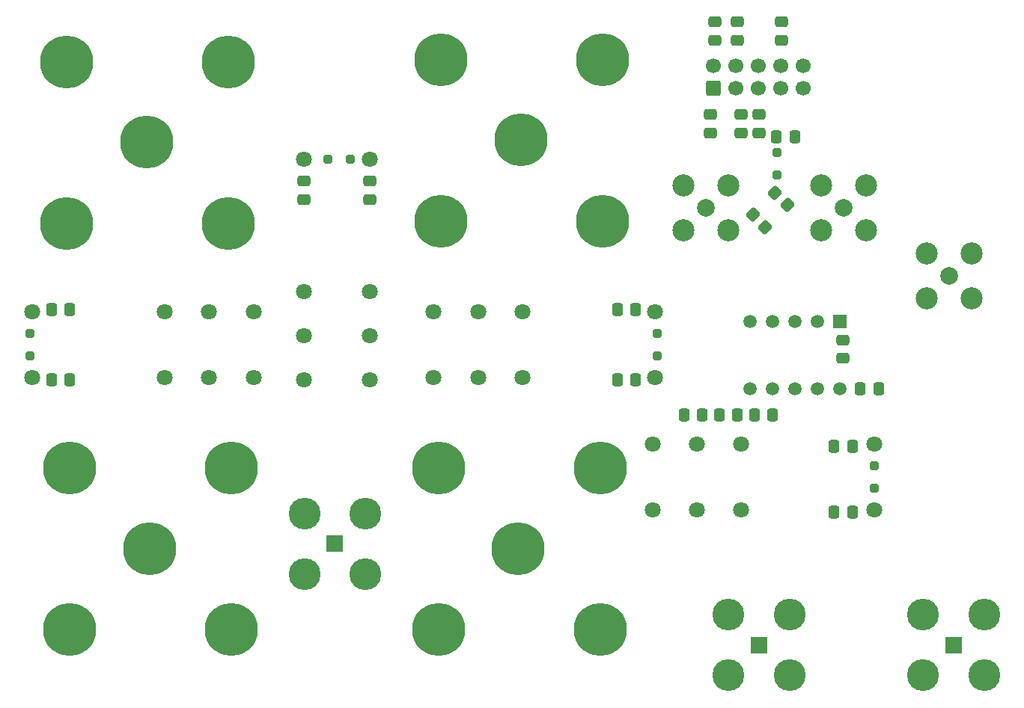
<source format=gbs>
G04 #@! TF.GenerationSoftware,KiCad,Pcbnew,7.0.1*
G04 #@! TF.CreationDate,2023-05-14T23:30:35+02:00*
G04 #@! TF.ProjectId,K_relay,4b5f7265-6c61-4792-9e6b-696361645f70,rev?*
G04 #@! TF.SameCoordinates,Original*
G04 #@! TF.FileFunction,Soldermask,Bot*
G04 #@! TF.FilePolarity,Negative*
%FSLAX46Y46*%
G04 Gerber Fmt 4.6, Leading zero omitted, Abs format (unit mm)*
G04 Created by KiCad (PCBNEW 7.0.1) date 2023-05-14 23:30:35*
%MOMM*%
%LPD*%
G01*
G04 APERTURE LIST*
G04 Aperture macros list*
%AMRoundRect*
0 Rectangle with rounded corners*
0 $1 Rounding radius*
0 $2 $3 $4 $5 $6 $7 $8 $9 X,Y pos of 4 corners*
0 Add a 4 corners polygon primitive as box body*
4,1,4,$2,$3,$4,$5,$6,$7,$8,$9,$2,$3,0*
0 Add four circle primitives for the rounded corners*
1,1,$1+$1,$2,$3*
1,1,$1+$1,$4,$5*
1,1,$1+$1,$6,$7*
1,1,$1+$1,$8,$9*
0 Add four rect primitives between the rounded corners*
20,1,$1+$1,$2,$3,$4,$5,0*
20,1,$1+$1,$4,$5,$6,$7,0*
20,1,$1+$1,$6,$7,$8,$9,0*
20,1,$1+$1,$8,$9,$2,$3,0*%
G04 Aperture macros list end*
%ADD10R,1.950000X1.950000*%
%ADD11C,3.600000*%
%ADD12C,1.803400*%
%ADD13R,1.500000X1.500000*%
%ADD14C,1.500000*%
%ADD15C,1.998980*%
%ADD16C,2.499360*%
%ADD17RoundRect,0.250000X0.600000X-0.600000X0.600000X0.600000X-0.600000X0.600000X-0.600000X-0.600000X0*%
%ADD18C,1.700000*%
%ADD19RoundRect,0.250000X-0.337500X-0.475000X0.337500X-0.475000X0.337500X0.475000X-0.337500X0.475000X0*%
%ADD20RoundRect,0.250000X0.250000X-0.250000X0.250000X0.250000X-0.250000X0.250000X-0.250000X-0.250000X0*%
%ADD21RoundRect,0.250000X-0.250000X0.250000X-0.250000X-0.250000X0.250000X-0.250000X0.250000X0.250000X0*%
%ADD22RoundRect,0.250000X-0.250000X-0.250000X0.250000X-0.250000X0.250000X0.250000X-0.250000X0.250000X0*%
%ADD23RoundRect,0.250000X0.337500X0.475000X-0.337500X0.475000X-0.337500X-0.475000X0.337500X-0.475000X0*%
%ADD24C,6.000000*%
%ADD25RoundRect,0.250000X-0.475000X0.337500X-0.475000X-0.337500X0.475000X-0.337500X0.475000X0.337500X0*%
%ADD26RoundRect,0.250000X0.565685X0.070711X0.070711X0.565685X-0.565685X-0.070711X-0.070711X-0.565685X0*%
%ADD27RoundRect,0.250000X0.475000X-0.337500X0.475000X0.337500X-0.475000X0.337500X-0.475000X-0.337500X0*%
%ADD28RoundRect,0.250000X-0.565685X-0.070711X-0.070711X-0.565685X0.565685X0.070711X0.070711X0.565685X0*%
G04 APERTURE END LIST*
D10*
X190000000Y-106560000D03*
D11*
X186560000Y-103120000D03*
X186560000Y-110000000D03*
X193440000Y-103120000D03*
X193440000Y-110000000D03*
D12*
X226199996Y-80250000D03*
X211199996Y-80250000D03*
X206199995Y-80250000D03*
X201199995Y-80250000D03*
X201199995Y-87750000D03*
X206199995Y-87750000D03*
X211199996Y-87750000D03*
X226199996Y-87750000D03*
D13*
X247160000Y-81380000D03*
D14*
X244620000Y-81380000D03*
X242080000Y-81380000D03*
X239540000Y-81380000D03*
X237000000Y-81380000D03*
X237000000Y-89000000D03*
X239540000Y-89000000D03*
X242080000Y-89000000D03*
X244620000Y-89000000D03*
X247160000Y-89000000D03*
D15*
X247540000Y-68540000D03*
D16*
X245000000Y-66000000D03*
X245000000Y-71080000D03*
X250080000Y-66000000D03*
X250080000Y-71080000D03*
D12*
X186500000Y-63000000D03*
X186500000Y-78000000D03*
X186500000Y-83000001D03*
X186500000Y-88000001D03*
X194000000Y-88000001D03*
X194000000Y-83000001D03*
X194000000Y-78000000D03*
X194000000Y-63000000D03*
D10*
X260000000Y-118000000D03*
D11*
X256560000Y-114560000D03*
X256560000Y-121440000D03*
X263440000Y-114560000D03*
X263440000Y-121440000D03*
D10*
X238000000Y-118000000D03*
D11*
X234560000Y-114560000D03*
X234560000Y-121440000D03*
X241440000Y-114560000D03*
X241440000Y-121440000D03*
D17*
X232840000Y-55000000D03*
D18*
X232840000Y-52460000D03*
X235380000Y-55000000D03*
X235380000Y-52460000D03*
X237920000Y-55000000D03*
X237920000Y-52460000D03*
X240460000Y-55000000D03*
X240460000Y-52460000D03*
X243000000Y-55000000D03*
X243000000Y-52460000D03*
D15*
X232000000Y-68540000D03*
D16*
X229460000Y-66000000D03*
X229460000Y-71080000D03*
X234540000Y-66000000D03*
X234540000Y-71080000D03*
D15*
X259500000Y-76250000D03*
D16*
X256960000Y-73710000D03*
X256960000Y-78790000D03*
X262040000Y-73710000D03*
X262040000Y-78790000D03*
D12*
X155800004Y-87750000D03*
X170800004Y-87750000D03*
X175800005Y-87750000D03*
X180800005Y-87750000D03*
X180800005Y-80250000D03*
X175800005Y-80250000D03*
X170800004Y-80250000D03*
X155800004Y-80250000D03*
X251000000Y-95250000D03*
X236000000Y-95250000D03*
X230999999Y-95250000D03*
X225999999Y-95250000D03*
X225999999Y-102750000D03*
X230999999Y-102750000D03*
X236000000Y-102750000D03*
X251000000Y-102750000D03*
D19*
X231575000Y-92000000D03*
X229500000Y-92000000D03*
D20*
X155500000Y-85250000D03*
X155500000Y-82750000D03*
D21*
X251000000Y-97750000D03*
X251000000Y-100250000D03*
D22*
X189250000Y-63000000D03*
X191750000Y-63000000D03*
D23*
X248537500Y-103000000D03*
X246462500Y-103000000D03*
D24*
X168748000Y-61096000D03*
X178000000Y-70288000D03*
X178000000Y-52000000D03*
X159712000Y-70288000D03*
X159712000Y-52000000D03*
X211036000Y-60808000D03*
X220288000Y-70000000D03*
X220288000Y-51712000D03*
X202000000Y-70000000D03*
X202000000Y-51712000D03*
X210748000Y-107096000D03*
X220000000Y-116288000D03*
X220000000Y-98000000D03*
X201712000Y-116288000D03*
X201712000Y-98000000D03*
D25*
X238000000Y-57962500D03*
X238000000Y-60037500D03*
D21*
X240000000Y-62250000D03*
X240000000Y-64750000D03*
D26*
X241207107Y-68207107D03*
X239792893Y-66792893D03*
D23*
X224037500Y-80000000D03*
X221962500Y-80000000D03*
X224037500Y-88000000D03*
X221962500Y-88000000D03*
D27*
X240500000Y-49537500D03*
X240500000Y-47462500D03*
D28*
X237292893Y-69292893D03*
X238707107Y-70707107D03*
D23*
X239537500Y-92000000D03*
X237462500Y-92000000D03*
X248575000Y-95500000D03*
X246500000Y-95500000D03*
D19*
X249462500Y-89000000D03*
X251537500Y-89000000D03*
X157962500Y-88000000D03*
X160037500Y-88000000D03*
D27*
X233000000Y-49537500D03*
X233000000Y-47462500D03*
D25*
X236000000Y-57962500D03*
X236000000Y-60037500D03*
D19*
X239962500Y-60500000D03*
X242037500Y-60500000D03*
D27*
X235500000Y-49537500D03*
X235500000Y-47462500D03*
D25*
X232500000Y-57962500D03*
X232500000Y-60037500D03*
D21*
X226500000Y-82750000D03*
X226500000Y-85250000D03*
D25*
X247500000Y-83462500D03*
X247500000Y-85537500D03*
D19*
X157962500Y-80000000D03*
X160037500Y-80000000D03*
D25*
X186500000Y-65462500D03*
X186500000Y-67537500D03*
D24*
X169036000Y-107096000D03*
X178288000Y-116288000D03*
X178288000Y-98000000D03*
X160000000Y-116288000D03*
X160000000Y-98000000D03*
D25*
X194000000Y-65462500D03*
X194000000Y-67537500D03*
D23*
X235537500Y-92000000D03*
X233462500Y-92000000D03*
M02*

</source>
